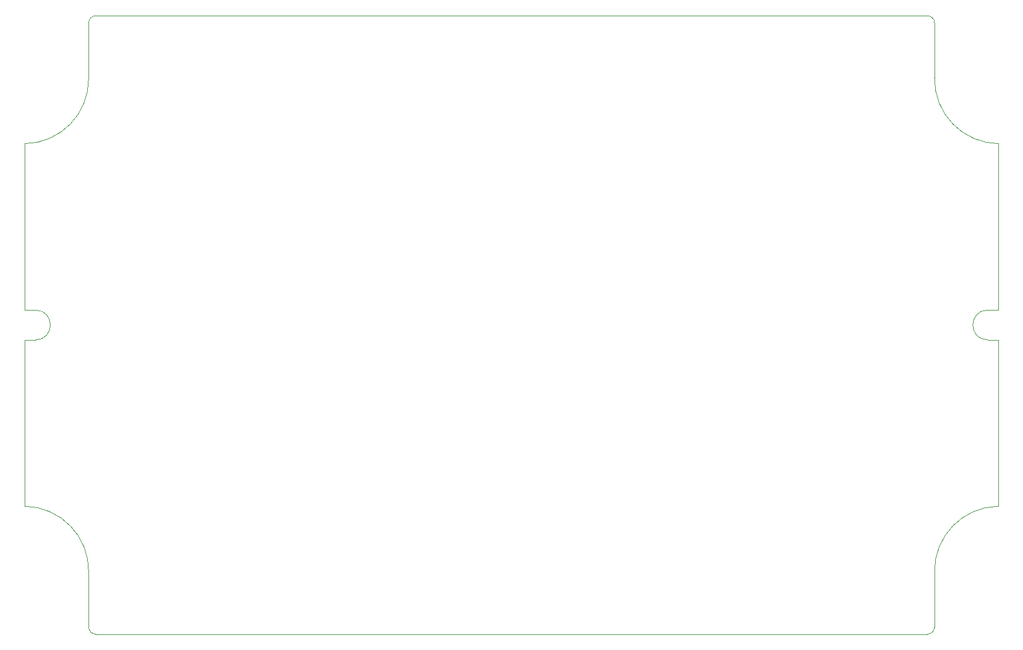
<source format=gko>
G04*
G04 #@! TF.GenerationSoftware,Altium Limited,Altium Designer,24.5.2 (23)*
G04*
G04 Layer_Color=16711935*
%FSLAX44Y44*%
%MOMM*%
G71*
G04*
G04 #@! TF.SameCoordinates,7688A6CE-4724-4EBB-A06F-6B4FEE905E02*
G04*
G04*
G04 #@! TF.FilePolarity,Positive*
G04*
G01*
G75*
%ADD10C,0.1000*%
D10*
X-30Y690000D02*
G03*
X89970Y782470I-1235J91235D01*
G01*
X15000Y414000D02*
G03*
X15000Y456000I0J21000D01*
G01*
X1355000D02*
G03*
X1355000Y414000I0J-21000D01*
G01*
X89970Y87530D02*
G03*
X-30Y180000I-91235J1235D01*
G01*
X100000Y870000D02*
G03*
X90000Y860000I0J-10000D01*
G01*
X1370030Y180000D02*
G03*
X1280030Y87530I1235J-91235D01*
G01*
X90000Y10000D02*
G03*
X100000Y0I10000J0D01*
G01*
X1280000Y860000D02*
G03*
X1270000Y870000I-10000J0D01*
G01*
Y0D02*
G03*
X1280000Y10000I0J10000D01*
G01*
X1280034Y782466D02*
G03*
X1370026Y690004I91227J-1235D01*
G01*
X-30Y456030D02*
Y690000D01*
X1280030Y10030D02*
Y87530D01*
X0Y180030D02*
Y414000D01*
X1355000Y414000D02*
X1370000D01*
X100000Y0D02*
X1270000D01*
X89970Y10030D02*
Y87530D01*
X1370026Y690004D02*
X1370030Y690000D01*
X1355000Y456000D02*
X1370000D01*
X1280030Y859970D02*
X1280034Y782466D01*
X1370000Y456000D02*
Y689978D01*
X0Y414000D02*
X15000D01*
X100000Y870000D02*
X1270000D01*
X1370000Y180030D02*
Y414000D01*
X0Y456000D02*
X15000D01*
X89970Y782470D02*
Y859970D01*
M02*

</source>
